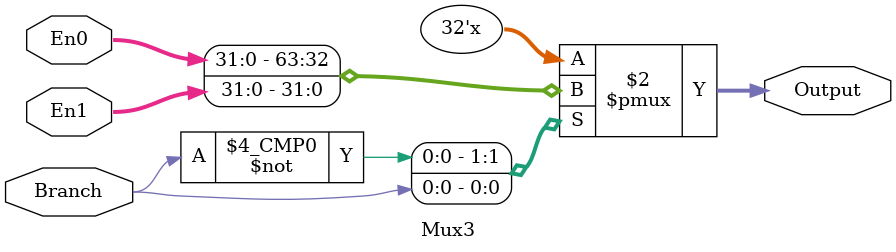
<source format=v>
`timescale 1ns/1ns

module Mux3(
	input Branch,
	input [31:0] En0,
	input [31:0] En1,
	
	output reg[31:0] Output
);

always @*
begin
	case(Branch)
	1'b0:
		begin
		Output = En0;
		end
	1'b1:
		begin
		Output = En1;
		end
	endcase
end
endmodule

</source>
